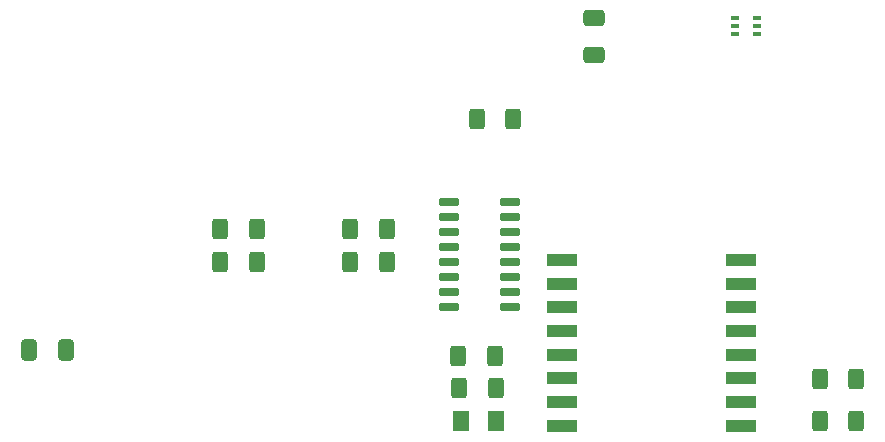
<source format=gbr>
%TF.GenerationSoftware,KiCad,Pcbnew,9.0.3*%
%TF.CreationDate,2025-07-30T11:35:09+02:00*%
%TF.ProjectId,TPOneBoard,54504f6e-6542-46f6-9172-642e6b696361,rev?*%
%TF.SameCoordinates,Original*%
%TF.FileFunction,Paste,Top*%
%TF.FilePolarity,Positive*%
%FSLAX46Y46*%
G04 Gerber Fmt 4.6, Leading zero omitted, Abs format (unit mm)*
G04 Created by KiCad (PCBNEW 9.0.3) date 2025-07-30 11:35:09*
%MOMM*%
%LPD*%
G01*
G04 APERTURE LIST*
G04 Aperture macros list*
%AMRoundRect*
0 Rectangle with rounded corners*
0 $1 Rounding radius*
0 $2 $3 $4 $5 $6 $7 $8 $9 X,Y pos of 4 corners*
0 Add a 4 corners polygon primitive as box body*
4,1,4,$2,$3,$4,$5,$6,$7,$8,$9,$2,$3,0*
0 Add four circle primitives for the rounded corners*
1,1,$1+$1,$2,$3*
1,1,$1+$1,$4,$5*
1,1,$1+$1,$6,$7*
1,1,$1+$1,$8,$9*
0 Add four rect primitives between the rounded corners*
20,1,$1+$1,$2,$3,$4,$5,0*
20,1,$1+$1,$4,$5,$6,$7,0*
20,1,$1+$1,$6,$7,$8,$9,0*
20,1,$1+$1,$8,$9,$2,$3,0*%
G04 Aperture macros list end*
%ADD10RoundRect,0.250000X-0.400000X-0.625000X0.400000X-0.625000X0.400000X0.625000X-0.400000X0.625000X0*%
%ADD11RoundRect,0.250000X-0.650000X0.412500X-0.650000X-0.412500X0.650000X-0.412500X0.650000X0.412500X0*%
%ADD12RoundRect,0.150000X-0.725000X-0.150000X0.725000X-0.150000X0.725000X0.150000X-0.725000X0.150000X0*%
%ADD13RoundRect,0.250000X0.400000X0.625000X-0.400000X0.625000X-0.400000X-0.625000X0.400000X-0.625000X0*%
%ADD14RoundRect,0.100000X-0.225000X-0.100000X0.225000X-0.100000X0.225000X0.100000X-0.225000X0.100000X0*%
%ADD15RoundRect,0.250000X-0.412500X-0.650000X0.412500X-0.650000X0.412500X0.650000X-0.412500X0.650000X0*%
%ADD16R,2.500000X1.000000*%
%ADD17RoundRect,0.250001X-0.462499X-0.624999X0.462499X-0.624999X0.462499X0.624999X-0.462499X0.624999X0*%
G04 APERTURE END LIST*
D10*
%TO.C,R1*%
X176590000Y-105487000D03*
X179690000Y-105487000D03*
%TD*%
D11*
%TO.C,C4*%
X197216000Y-84836000D03*
X197216000Y-87961000D03*
%TD*%
D10*
%TO.C,R3*%
X165593000Y-102693000D03*
X168693000Y-102693000D03*
%TD*%
%TO.C,R7*%
X216349000Y-115393000D03*
X219449000Y-115393000D03*
%TD*%
D12*
%TO.C,U1*%
X184954000Y-100407000D03*
X184954000Y-101677000D03*
X184954000Y-102947000D03*
X184954000Y-104217000D03*
X184954000Y-105487000D03*
X184954000Y-106757000D03*
X184954000Y-108027000D03*
X184954000Y-109297000D03*
X190104000Y-109297000D03*
X190104000Y-108027000D03*
X190104000Y-106757000D03*
X190104000Y-105487000D03*
X190104000Y-104217000D03*
X190104000Y-102947000D03*
X190104000Y-101677000D03*
X190104000Y-100407000D03*
%TD*%
D10*
%TO.C,R8*%
X216341000Y-118949000D03*
X219441000Y-118949000D03*
%TD*%
D13*
%TO.C,R2*%
X179690000Y-102693000D03*
X176590000Y-102693000D03*
%TD*%
%TO.C,R4*%
X168693000Y-105487000D03*
X165593000Y-105487000D03*
%TD*%
D14*
%TO.C,Q2*%
X209159000Y-84883000D03*
X209159000Y-85533000D03*
X209159000Y-86183000D03*
X211059000Y-86183000D03*
X211059000Y-85533000D03*
X211059000Y-84883000D03*
%TD*%
D15*
%TO.C,C6*%
X149387000Y-112980000D03*
X152512000Y-112980000D03*
%TD*%
D13*
%TO.C,R5*%
X188909000Y-116153000D03*
X185809000Y-116153000D03*
%TD*%
%TO.C,R6*%
X190384000Y-93422000D03*
X187284000Y-93422000D03*
%TD*%
D16*
%TO.C,U7*%
X209702000Y-119360000D03*
X209702000Y-117360000D03*
X209702000Y-115360000D03*
X209702000Y-113360000D03*
X209702000Y-111360000D03*
X209702000Y-109360000D03*
X209702000Y-107360000D03*
X209702000Y-105360000D03*
X194502000Y-105360000D03*
X194502000Y-107360000D03*
X194502000Y-109360000D03*
X194502000Y-111360000D03*
X194502000Y-113360000D03*
X194502000Y-115360000D03*
X194502000Y-117360000D03*
X194502000Y-119360000D03*
%TD*%
D17*
%TO.C,D4*%
X185988000Y-118947000D03*
X188963000Y-118947000D03*
%TD*%
D13*
%TO.C,R9*%
X188834000Y-113488000D03*
X185734000Y-113488000D03*
%TD*%
M02*

</source>
